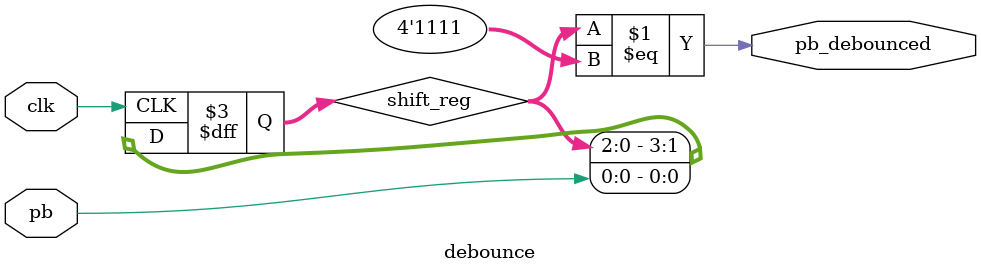
<source format=v>
`timescale 1ns / 1ps

module debounce (
    input pb,
    input clk,
    output pb_debounced
);
reg [3:0] shift_reg;

assign pb_debounced = shift_reg == 4'b1111;

always @(negedge clk) begin
    shift_reg <= {shift_reg[2:0], pb};
end

endmodule
</source>
